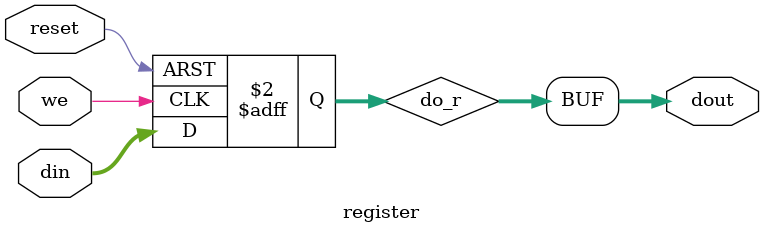
<source format=v>
module register
(
	input wire [N-1:0]	din,
	input wire			we,
	input wire			reset,
	output wire [N-1:0]	dout
);
	parameter N=8;
	reg [N-1:0] do_r;

	assign dout = do_r;

	always @(posedge reset, negedge we)
	begin
		if(reset)
			do_r <= 0;
		else
			do_r <= din;
	end

endmodule

</source>
